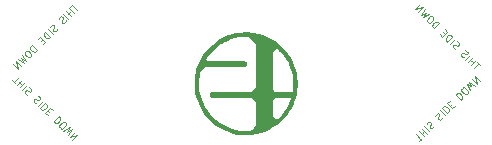
<source format=gbr>
%TF.GenerationSoftware,KiCad,Pcbnew,(6.0.0)*%
%TF.CreationDate,2022-09-18T22:54:42-04:00*%
%TF.ProjectId,SergioPico_USB,53657267-696f-4506-9963-6f5f5553422e,1*%
%TF.SameCoordinates,Original*%
%TF.FileFunction,Legend,Bot*%
%TF.FilePolarity,Positive*%
%FSLAX46Y46*%
G04 Gerber Fmt 4.6, Leading zero omitted, Abs format (unit mm)*
G04 Created by KiCad (PCBNEW (6.0.0)) date 2022-09-18 22:54:42*
%MOMM*%
%LPD*%
G01*
G04 APERTURE LIST*
%ADD10C,0.100000*%
G04 APERTURE END LIST*
D10*
X107191775Y-112736446D02*
X107434212Y-112978882D01*
X107737258Y-112433400D02*
X107312994Y-112857664D01*
X107999897Y-112696039D02*
X107575633Y-113120304D01*
X107777664Y-112918273D02*
X108020101Y-113160710D01*
X108242334Y-112938476D02*
X107818070Y-113362740D01*
X108444365Y-113140507D02*
X108020101Y-113564771D01*
X108605989Y-113342537D02*
X108686801Y-113382943D01*
X108787816Y-113483958D01*
X108808019Y-113544568D01*
X108808019Y-113584974D01*
X108787816Y-113645583D01*
X108747410Y-113685989D01*
X108686801Y-113706192D01*
X108646395Y-113706192D01*
X108585786Y-113685989D01*
X108484771Y-113625380D01*
X108424162Y-113605177D01*
X108383755Y-113605177D01*
X108323146Y-113625380D01*
X108282740Y-113665786D01*
X108262537Y-113726395D01*
X108262537Y-113766801D01*
X108282740Y-113827410D01*
X108383755Y-113928426D01*
X108464568Y-113968832D01*
X109333299Y-114069847D02*
X109414111Y-114110253D01*
X109515126Y-114211268D01*
X109535329Y-114271877D01*
X109535329Y-114312284D01*
X109515126Y-114372893D01*
X109474720Y-114413299D01*
X109414111Y-114433502D01*
X109373705Y-114433502D01*
X109313096Y-114413299D01*
X109212081Y-114352690D01*
X109151471Y-114332487D01*
X109111065Y-114332487D01*
X109050456Y-114352690D01*
X109010050Y-114393096D01*
X108989847Y-114453705D01*
X108989847Y-114494111D01*
X109010050Y-114554720D01*
X109111065Y-114655735D01*
X109191877Y-114696142D01*
X109777766Y-114473908D02*
X109353502Y-114898172D01*
X109979796Y-114675938D02*
X109555532Y-115100203D01*
X109656548Y-115201218D01*
X109737360Y-115241624D01*
X109818172Y-115241624D01*
X109878781Y-115221421D01*
X109979796Y-115160812D01*
X110040406Y-115100203D01*
X110101015Y-114999187D01*
X110121218Y-114938578D01*
X110121218Y-114857766D01*
X110080812Y-114776954D01*
X109979796Y-114675938D01*
X110181827Y-115322436D02*
X110323248Y-115463857D01*
X110606091Y-115302233D02*
X110404061Y-115100203D01*
X109979796Y-115524467D01*
X110181827Y-115726497D01*
X111111167Y-115807309D02*
X110686903Y-116231573D01*
X110787918Y-116332589D01*
X110868731Y-116372995D01*
X110949543Y-116372995D01*
X111010152Y-116352792D01*
X111111167Y-116292183D01*
X111171776Y-116231573D01*
X111232386Y-116130558D01*
X111252589Y-116069949D01*
X111252589Y-115989137D01*
X111212183Y-115908325D01*
X111111167Y-115807309D01*
X111191980Y-116736650D02*
X111272792Y-116817462D01*
X111333401Y-116837665D01*
X111414213Y-116837665D01*
X111515228Y-116777056D01*
X111656650Y-116635634D01*
X111717259Y-116534619D01*
X111717259Y-116453807D01*
X111697056Y-116393198D01*
X111616244Y-116312386D01*
X111555634Y-116292183D01*
X111474822Y-116292183D01*
X111373807Y-116352792D01*
X111232386Y-116494213D01*
X111171776Y-116595228D01*
X111171776Y-116676041D01*
X111191980Y-116736650D01*
X111515228Y-117059898D02*
X112040508Y-116736650D01*
X111818274Y-117120508D01*
X112202132Y-116898274D01*
X111878883Y-117423553D01*
X112464772Y-117160914D02*
X112040508Y-117585178D01*
X112707208Y-117403350D01*
X112282944Y-117827614D01*
X146808224Y-111423553D02*
X146565787Y-111181117D01*
X146262741Y-111726599D02*
X146687005Y-111302335D01*
X146000102Y-111463960D02*
X146424366Y-111039695D01*
X146222335Y-111241726D02*
X145979898Y-110999289D01*
X145757665Y-111221523D02*
X146181929Y-110797259D01*
X145555634Y-111019492D02*
X145979898Y-110595228D01*
X145394010Y-110817462D02*
X145313198Y-110777056D01*
X145212183Y-110676041D01*
X145191980Y-110615431D01*
X145191980Y-110575025D01*
X145212183Y-110514416D01*
X145252589Y-110474010D01*
X145313198Y-110453807D01*
X145353604Y-110453807D01*
X145414213Y-110474010D01*
X145515228Y-110534619D01*
X145575837Y-110554822D01*
X145616244Y-110554822D01*
X145676853Y-110534619D01*
X145717259Y-110494213D01*
X145737462Y-110433604D01*
X145737462Y-110393198D01*
X145717259Y-110332589D01*
X145616244Y-110231573D01*
X145535431Y-110191167D01*
X144666700Y-110090152D02*
X144585888Y-110049746D01*
X144484873Y-109948731D01*
X144464670Y-109888122D01*
X144464670Y-109847715D01*
X144484873Y-109787106D01*
X144525279Y-109746700D01*
X144585888Y-109726497D01*
X144626294Y-109726497D01*
X144686903Y-109746700D01*
X144787918Y-109807309D01*
X144848528Y-109827512D01*
X144888934Y-109827512D01*
X144949543Y-109807309D01*
X144989949Y-109766903D01*
X145010152Y-109706294D01*
X145010152Y-109665888D01*
X144989949Y-109605279D01*
X144888934Y-109504264D01*
X144808122Y-109463857D01*
X144222233Y-109686091D02*
X144646497Y-109261827D01*
X144020203Y-109484061D02*
X144444467Y-109059796D01*
X144343451Y-108958781D01*
X144262639Y-108918375D01*
X144181827Y-108918375D01*
X144121218Y-108938578D01*
X144020203Y-108999187D01*
X143959593Y-109059796D01*
X143898984Y-109160812D01*
X143878781Y-109221421D01*
X143878781Y-109302233D01*
X143919187Y-109383045D01*
X144020203Y-109484061D01*
X143818172Y-108837563D02*
X143676751Y-108696142D01*
X143393908Y-108857766D02*
X143595938Y-109059796D01*
X144020203Y-108635532D01*
X143818172Y-108433502D01*
X142888832Y-108352690D02*
X143313096Y-107928426D01*
X143212081Y-107827410D01*
X143131268Y-107787004D01*
X143050456Y-107787004D01*
X142989847Y-107807207D01*
X142888832Y-107867816D01*
X142828223Y-107928426D01*
X142767613Y-108029441D01*
X142747410Y-108090050D01*
X142747410Y-108170862D01*
X142787816Y-108251674D01*
X142888832Y-108352690D01*
X142808019Y-107423349D02*
X142727207Y-107342537D01*
X142666598Y-107322334D01*
X142585786Y-107322334D01*
X142484771Y-107382943D01*
X142343349Y-107524365D01*
X142282740Y-107625380D01*
X142282740Y-107706192D01*
X142302943Y-107766801D01*
X142383755Y-107847613D01*
X142444365Y-107867816D01*
X142525177Y-107867816D01*
X142626192Y-107807207D01*
X142767613Y-107665786D01*
X142828223Y-107564771D01*
X142828223Y-107483958D01*
X142808019Y-107423349D01*
X142484771Y-107100101D02*
X141959491Y-107423349D01*
X142181725Y-107039491D01*
X141797867Y-107261725D01*
X142121116Y-106736446D01*
X141535227Y-106999085D02*
X141959491Y-106574821D01*
X141292791Y-106756649D01*
X141717055Y-106332385D01*
X141656446Y-117888224D02*
X141898882Y-117645787D01*
X141353400Y-117342741D02*
X141777664Y-117767005D01*
X141616039Y-117080102D02*
X142040304Y-117504366D01*
X141838273Y-117302335D02*
X142080710Y-117059898D01*
X141858476Y-116837665D02*
X142282740Y-117261929D01*
X142060507Y-116635634D02*
X142484771Y-117059898D01*
X142262537Y-116474010D02*
X142302943Y-116393198D01*
X142403958Y-116292183D01*
X142464568Y-116271980D01*
X142504974Y-116271980D01*
X142565583Y-116292183D01*
X142605989Y-116332589D01*
X142626192Y-116393198D01*
X142626192Y-116433604D01*
X142605989Y-116494213D01*
X142545380Y-116595228D01*
X142525177Y-116655837D01*
X142525177Y-116696244D01*
X142545380Y-116756853D01*
X142585786Y-116797259D01*
X142646395Y-116817462D01*
X142686801Y-116817462D01*
X142747410Y-116797259D01*
X142848426Y-116696244D01*
X142888832Y-116615431D01*
X142989847Y-115746700D02*
X143030253Y-115665888D01*
X143131268Y-115564873D01*
X143191877Y-115544670D01*
X143232284Y-115544670D01*
X143292893Y-115564873D01*
X143333299Y-115605279D01*
X143353502Y-115665888D01*
X143353502Y-115706294D01*
X143333299Y-115766903D01*
X143272690Y-115867918D01*
X143252487Y-115928528D01*
X143252487Y-115968934D01*
X143272690Y-116029543D01*
X143313096Y-116069949D01*
X143373705Y-116090152D01*
X143414111Y-116090152D01*
X143474720Y-116069949D01*
X143575735Y-115968934D01*
X143616142Y-115888122D01*
X143393908Y-115302233D02*
X143818172Y-115726497D01*
X143595938Y-115100203D02*
X144020203Y-115524467D01*
X144121218Y-115423451D01*
X144161624Y-115342639D01*
X144161624Y-115261827D01*
X144141421Y-115201218D01*
X144080812Y-115100203D01*
X144020203Y-115039593D01*
X143919187Y-114978984D01*
X143858578Y-114958781D01*
X143777766Y-114958781D01*
X143696954Y-114999187D01*
X143595938Y-115100203D01*
X144242436Y-114898172D02*
X144383857Y-114756751D01*
X144222233Y-114473908D02*
X144020203Y-114675938D01*
X144444467Y-115100203D01*
X144646497Y-114898172D01*
X144727309Y-113968832D02*
X145151573Y-114393096D01*
X145252589Y-114292081D01*
X145292995Y-114211268D01*
X145292995Y-114130456D01*
X145272792Y-114069847D01*
X145212183Y-113968832D01*
X145151573Y-113908223D01*
X145050558Y-113847613D01*
X144989949Y-113827410D01*
X144909137Y-113827410D01*
X144828325Y-113867816D01*
X144727309Y-113968832D01*
X145656650Y-113888019D02*
X145737462Y-113807207D01*
X145757665Y-113746598D01*
X145757665Y-113665786D01*
X145697056Y-113564771D01*
X145555634Y-113423349D01*
X145454619Y-113362740D01*
X145373807Y-113362740D01*
X145313198Y-113382943D01*
X145232386Y-113463755D01*
X145212183Y-113524365D01*
X145212183Y-113605177D01*
X145272792Y-113706192D01*
X145414213Y-113847613D01*
X145515228Y-113908223D01*
X145596041Y-113908223D01*
X145656650Y-113888019D01*
X145979898Y-113564771D02*
X145656650Y-113039491D01*
X146040508Y-113261725D01*
X145818274Y-112877867D01*
X146343553Y-113201116D01*
X146080914Y-112615227D02*
X146505178Y-113039491D01*
X146323350Y-112372791D01*
X146747614Y-112797055D01*
X112343552Y-106271775D02*
X112101116Y-106514212D01*
X112646598Y-106817258D02*
X112222334Y-106392994D01*
X112383959Y-107079897D02*
X111959694Y-106655633D01*
X112161725Y-106857664D02*
X111919288Y-107100101D01*
X112141522Y-107322334D02*
X111717258Y-106898070D01*
X111939491Y-107524365D02*
X111515227Y-107100101D01*
X111737461Y-107685989D02*
X111697055Y-107766801D01*
X111596040Y-107867816D01*
X111535430Y-107888019D01*
X111495024Y-107888019D01*
X111434415Y-107867816D01*
X111394009Y-107827410D01*
X111373806Y-107766801D01*
X111373806Y-107726395D01*
X111394009Y-107665786D01*
X111454618Y-107564771D01*
X111474821Y-107504162D01*
X111474821Y-107463755D01*
X111454618Y-107403146D01*
X111414212Y-107362740D01*
X111353603Y-107342537D01*
X111313197Y-107342537D01*
X111252588Y-107362740D01*
X111151572Y-107463755D01*
X111111166Y-107544568D01*
X111010151Y-108413299D02*
X110969745Y-108494111D01*
X110868730Y-108595126D01*
X110808121Y-108615329D01*
X110767714Y-108615329D01*
X110707105Y-108595126D01*
X110666699Y-108554720D01*
X110646496Y-108494111D01*
X110646496Y-108453705D01*
X110666699Y-108393096D01*
X110727308Y-108292081D01*
X110747511Y-108231471D01*
X110747511Y-108191065D01*
X110727308Y-108130456D01*
X110686902Y-108090050D01*
X110626293Y-108069847D01*
X110585887Y-108069847D01*
X110525278Y-108090050D01*
X110424263Y-108191065D01*
X110383856Y-108271877D01*
X110606090Y-108857766D02*
X110181826Y-108433502D01*
X110404060Y-109059796D02*
X109979795Y-108635532D01*
X109878780Y-108736548D01*
X109838374Y-108817360D01*
X109838374Y-108898172D01*
X109858577Y-108958781D01*
X109919186Y-109059796D01*
X109979795Y-109120406D01*
X110080811Y-109181015D01*
X110141420Y-109201218D01*
X110222232Y-109201218D01*
X110303044Y-109160812D01*
X110404060Y-109059796D01*
X109757562Y-109261827D02*
X109616141Y-109403248D01*
X109777765Y-109686091D02*
X109979795Y-109484061D01*
X109555531Y-109059796D01*
X109353501Y-109261827D01*
X109272689Y-110191167D02*
X108848425Y-109766903D01*
X108747409Y-109867918D01*
X108707003Y-109948731D01*
X108707003Y-110029543D01*
X108727206Y-110090152D01*
X108787815Y-110191167D01*
X108848425Y-110251776D01*
X108949440Y-110312386D01*
X109010049Y-110332589D01*
X109090861Y-110332589D01*
X109171673Y-110292183D01*
X109272689Y-110191167D01*
X108343348Y-110271980D02*
X108262536Y-110352792D01*
X108242333Y-110413401D01*
X108242333Y-110494213D01*
X108302942Y-110595228D01*
X108444364Y-110736650D01*
X108545379Y-110797259D01*
X108626191Y-110797259D01*
X108686800Y-110777056D01*
X108767612Y-110696244D01*
X108787815Y-110635634D01*
X108787815Y-110554822D01*
X108727206Y-110453807D01*
X108585785Y-110312386D01*
X108484770Y-110251776D01*
X108403957Y-110251776D01*
X108343348Y-110271980D01*
X108020100Y-110595228D02*
X108343348Y-111120508D01*
X107959490Y-110898274D01*
X108181724Y-111282132D01*
X107656445Y-110958883D01*
X107919084Y-111544772D02*
X107494820Y-111120508D01*
X107676648Y-111787208D01*
X107252384Y-111362944D01*
%TO.C,G\u002A\u002A\u002A*%
G36*
X131016067Y-114724720D02*
G01*
X130847529Y-115084985D01*
X130646620Y-115426477D01*
X130413190Y-115749499D01*
X130147088Y-116054355D01*
X129941220Y-116256881D01*
X129631609Y-116517751D01*
X129602727Y-116537854D01*
X129302788Y-116746620D01*
X128955695Y-116943030D01*
X128591266Y-117106523D01*
X128210436Y-117236643D01*
X127814143Y-117332931D01*
X127403323Y-117394930D01*
X127363483Y-117398579D01*
X127234410Y-117405047D01*
X127081632Y-117406844D01*
X126914969Y-117404307D01*
X126744244Y-117397770D01*
X126579278Y-117387569D01*
X126429892Y-117374037D01*
X126305908Y-117357511D01*
X126291429Y-117355087D01*
X125888384Y-117268680D01*
X125501610Y-117148574D01*
X125131744Y-116995106D01*
X124779426Y-116808614D01*
X124445296Y-116589433D01*
X124129991Y-116337901D01*
X123834152Y-116054355D01*
X123686449Y-115892078D01*
X123438159Y-115577887D01*
X123222534Y-115245641D01*
X123039354Y-114894895D01*
X122888400Y-114525202D01*
X122769449Y-114136117D01*
X122682281Y-113727194D01*
X122677798Y-113700417D01*
X122664388Y-113611300D01*
X122654542Y-113525471D01*
X122647756Y-113434770D01*
X122643531Y-113331041D01*
X122641363Y-113206124D01*
X122641204Y-113166038D01*
X123008211Y-113166038D01*
X123038204Y-113547505D01*
X123105480Y-113925464D01*
X123210013Y-114299350D01*
X123246744Y-114406089D01*
X123379757Y-114735411D01*
X123535665Y-115040071D01*
X123718122Y-115325979D01*
X123930778Y-115599050D01*
X124177287Y-115865194D01*
X124460143Y-116124046D01*
X124766376Y-116355970D01*
X125089253Y-116554272D01*
X125428667Y-116718901D01*
X125784515Y-116849807D01*
X126156692Y-116946939D01*
X126545093Y-117010247D01*
X126656540Y-117020692D01*
X126796387Y-117028951D01*
X126943991Y-117033691D01*
X127088096Y-117034702D01*
X127217447Y-117031775D01*
X127320788Y-117024700D01*
X127323924Y-117024335D01*
X127351982Y-117017603D01*
X127382826Y-117002066D01*
X127421033Y-116974016D01*
X127471183Y-116929742D01*
X127537855Y-116865534D01*
X127625626Y-116777682D01*
X127862925Y-116537854D01*
X127862925Y-115804397D01*
X129251108Y-115804397D01*
X129395055Y-115952317D01*
X129444991Y-116002707D01*
X129497283Y-116053211D01*
X129535581Y-116087560D01*
X129553957Y-116100236D01*
X129554704Y-116100170D01*
X129577913Y-116085116D01*
X129621267Y-116046891D01*
X129680359Y-115990109D01*
X129750782Y-115919386D01*
X129828131Y-115839337D01*
X129907999Y-115754575D01*
X129985981Y-115669717D01*
X130057670Y-115589378D01*
X130118660Y-115518171D01*
X130164545Y-115460713D01*
X130223752Y-115380071D01*
X130428499Y-115066395D01*
X130598669Y-114745171D01*
X130732825Y-114419031D01*
X130745305Y-114383479D01*
X130767903Y-114317935D01*
X130783530Y-114270968D01*
X130789365Y-114250957D01*
X130789307Y-114250855D01*
X130769281Y-114249074D01*
X130716101Y-114247436D01*
X130633904Y-114245991D01*
X130526826Y-114244785D01*
X130399002Y-114243865D01*
X130254569Y-114243279D01*
X130097662Y-114243073D01*
X129405960Y-114243073D01*
X129251108Y-114411067D01*
X129251108Y-115804397D01*
X127862925Y-115804397D01*
X127862925Y-114650169D01*
X127461763Y-114243073D01*
X125776109Y-114243073D01*
X125587360Y-114243089D01*
X125313737Y-114243120D01*
X125073857Y-114243037D01*
X124865396Y-114242697D01*
X124686027Y-114241962D01*
X124533425Y-114240690D01*
X124405266Y-114238743D01*
X124299225Y-114235979D01*
X124212975Y-114232258D01*
X124144193Y-114227441D01*
X124090552Y-114221386D01*
X124049728Y-114213955D01*
X124019396Y-114205006D01*
X123997229Y-114194399D01*
X123980904Y-114181995D01*
X123968095Y-114167653D01*
X123956477Y-114151233D01*
X123943724Y-114132594D01*
X123921041Y-114089021D01*
X123904561Y-114006018D01*
X123912122Y-113920070D01*
X123943724Y-113847052D01*
X123950692Y-113837004D01*
X123962644Y-113819457D01*
X123974691Y-113804077D01*
X123989171Y-113790722D01*
X124008425Y-113779249D01*
X124034790Y-113769516D01*
X124070605Y-113761381D01*
X124118211Y-113754701D01*
X124179945Y-113749333D01*
X124258146Y-113745135D01*
X124355154Y-113741965D01*
X124473308Y-113739680D01*
X124614946Y-113738137D01*
X124782407Y-113737194D01*
X124978031Y-113736709D01*
X125204156Y-113736538D01*
X125463122Y-113736541D01*
X125757267Y-113736573D01*
X127424078Y-113736573D01*
X127625669Y-113532468D01*
X129251108Y-113532468D01*
X129347625Y-113634520D01*
X129444142Y-113736573D01*
X130916504Y-113736573D01*
X130927301Y-113675606D01*
X130946796Y-113541332D01*
X130964691Y-113332978D01*
X130972085Y-113108498D01*
X130968945Y-112879438D01*
X130955237Y-112657346D01*
X130930925Y-112453770D01*
X130925943Y-112422500D01*
X130845269Y-112041246D01*
X130730136Y-111674788D01*
X130580694Y-111323437D01*
X130397092Y-110987506D01*
X130179482Y-110667308D01*
X129928012Y-110363156D01*
X129885957Y-110317702D01*
X129812469Y-110241682D01*
X129742038Y-110172420D01*
X129685445Y-110120692D01*
X129584482Y-110034437D01*
X129417795Y-110203840D01*
X129251108Y-110373244D01*
X129251108Y-113532468D01*
X127625669Y-113532468D01*
X127643501Y-113514414D01*
X127862925Y-113292254D01*
X127862925Y-109713907D01*
X127538733Y-109389716D01*
X127214542Y-109065525D01*
X126999290Y-109065525D01*
X126909917Y-109067029D01*
X126716970Y-109077962D01*
X126512945Y-109098013D01*
X126313972Y-109125446D01*
X126136183Y-109158522D01*
X125965748Y-109200786D01*
X125693727Y-109286466D01*
X125419858Y-109392893D01*
X125157143Y-109514848D01*
X124918587Y-109647113D01*
X124885682Y-109667475D01*
X124610694Y-109858116D01*
X124344671Y-110078089D01*
X124094739Y-110320547D01*
X123868025Y-110578640D01*
X123671653Y-110845520D01*
X123581021Y-110981850D01*
X123724749Y-111129040D01*
X125297319Y-111129040D01*
X125574242Y-111129021D01*
X125828591Y-111129063D01*
X126050091Y-111129324D01*
X126241127Y-111129964D01*
X126404082Y-111131143D01*
X126541341Y-111133018D01*
X126655287Y-111135749D01*
X126748304Y-111139496D01*
X126822777Y-111144417D01*
X126881090Y-111150671D01*
X126925626Y-111158418D01*
X126958769Y-111167817D01*
X126982904Y-111179027D01*
X127000414Y-111192206D01*
X127013684Y-111207515D01*
X127025097Y-111225112D01*
X127037037Y-111245156D01*
X127067067Y-111319175D01*
X127072497Y-111406969D01*
X127050470Y-111490658D01*
X127003608Y-111560944D01*
X126934534Y-111608529D01*
X126926256Y-111611359D01*
X126905172Y-111615767D01*
X126873499Y-111619624D01*
X126828995Y-111622963D01*
X126769414Y-111625820D01*
X126692513Y-111628230D01*
X126596048Y-111630226D01*
X126477774Y-111631843D01*
X126335446Y-111633117D01*
X126166822Y-111634081D01*
X125969656Y-111634771D01*
X125741705Y-111635221D01*
X125480724Y-111635465D01*
X125184468Y-111635539D01*
X123499046Y-111635539D01*
X123320044Y-111818442D01*
X123295468Y-111843575D01*
X123230735Y-111910786D01*
X123185978Y-111961041D01*
X123156327Y-112001817D01*
X123136913Y-112040591D01*
X123122869Y-112084840D01*
X123109326Y-112142039D01*
X123060182Y-112394838D01*
X123015529Y-112781627D01*
X123008211Y-113166038D01*
X122641204Y-113166038D01*
X122640752Y-113051861D01*
X122640829Y-113010821D01*
X122644348Y-112801409D01*
X122654045Y-112616933D01*
X122671206Y-112446974D01*
X122697114Y-112281110D01*
X122733056Y-112108923D01*
X122780315Y-111919993D01*
X122857068Y-111664263D01*
X122998670Y-111298807D01*
X123172324Y-110949326D01*
X123376097Y-110617750D01*
X123608057Y-110306011D01*
X123866272Y-110016041D01*
X124148812Y-109749773D01*
X124453743Y-109509137D01*
X124779134Y-109296065D01*
X125123054Y-109112490D01*
X125483570Y-108960343D01*
X125858751Y-108841556D01*
X125894371Y-108832180D01*
X126079528Y-108787047D01*
X126249812Y-108753002D01*
X126415643Y-108728758D01*
X126587442Y-108713033D01*
X126775627Y-108704539D01*
X126990620Y-108701994D01*
X127031660Y-108702070D01*
X127241073Y-108705589D01*
X127425548Y-108715286D01*
X127595508Y-108732447D01*
X127761371Y-108758355D01*
X127933558Y-108794297D01*
X128122489Y-108841556D01*
X128378772Y-108918502D01*
X128744093Y-109060135D01*
X129093471Y-109233823D01*
X129424969Y-109437630D01*
X129736651Y-109669619D01*
X130026580Y-109927854D01*
X130292821Y-110210399D01*
X130533437Y-110515316D01*
X130746492Y-110840671D01*
X130930049Y-111184526D01*
X131082173Y-111544945D01*
X131200925Y-111919993D01*
X131210301Y-111955612D01*
X131255434Y-112140769D01*
X131289480Y-112311053D01*
X131313723Y-112476885D01*
X131329449Y-112648683D01*
X131337942Y-112836868D01*
X131340488Y-113051861D01*
X131340444Y-113098689D01*
X131340377Y-113108498D01*
X131339446Y-113243873D01*
X131336751Y-113362006D01*
X131331856Y-113461246D01*
X131324260Y-113549752D01*
X131313462Y-113635682D01*
X131298960Y-113727194D01*
X131256630Y-113946657D01*
X131177071Y-114250957D01*
X131152384Y-114345379D01*
X131016067Y-114724720D01*
G37*
%TD*%
M02*

</source>
